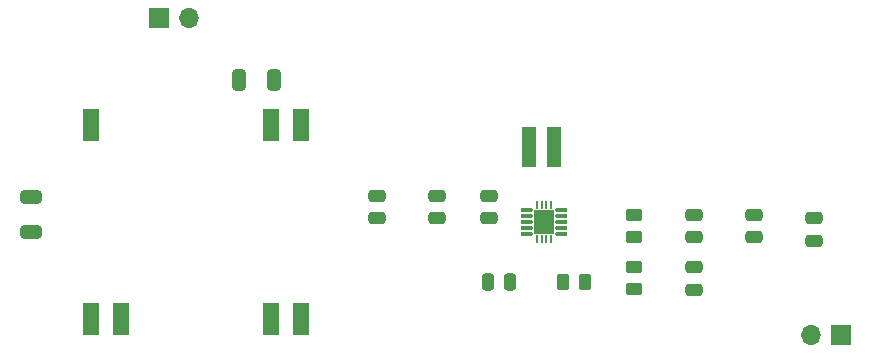
<source format=gbr>
%TF.GenerationSoftware,KiCad,Pcbnew,(6.0.9)*%
%TF.CreationDate,2023-10-08T14:17:10+03:00*%
%TF.ProjectId,power,706f7765-722e-46b6-9963-61645f706362,rev?*%
%TF.SameCoordinates,Original*%
%TF.FileFunction,Soldermask,Top*%
%TF.FilePolarity,Negative*%
%FSLAX46Y46*%
G04 Gerber Fmt 4.6, Leading zero omitted, Abs format (unit mm)*
G04 Created by KiCad (PCBNEW (6.0.9)) date 2023-10-08 14:17:10*
%MOMM*%
%LPD*%
G01*
G04 APERTURE LIST*
G04 Aperture macros list*
%AMRoundRect*
0 Rectangle with rounded corners*
0 $1 Rounding radius*
0 $2 $3 $4 $5 $6 $7 $8 $9 X,Y pos of 4 corners*
0 Add a 4 corners polygon primitive as box body*
4,1,4,$2,$3,$4,$5,$6,$7,$8,$9,$2,$3,0*
0 Add four circle primitives for the rounded corners*
1,1,$1+$1,$2,$3*
1,1,$1+$1,$4,$5*
1,1,$1+$1,$6,$7*
1,1,$1+$1,$8,$9*
0 Add four rect primitives between the rounded corners*
20,1,$1+$1,$2,$3,$4,$5,0*
20,1,$1+$1,$4,$5,$6,$7,0*
20,1,$1+$1,$6,$7,$8,$9,0*
20,1,$1+$1,$8,$9,$2,$3,0*%
G04 Aperture macros list end*
%ADD10RoundRect,0.250000X-0.475000X0.250000X-0.475000X-0.250000X0.475000X-0.250000X0.475000X0.250000X0*%
%ADD11R,1.400000X2.800000*%
%ADD12RoundRect,0.250000X0.250000X0.475000X-0.250000X0.475000X-0.250000X-0.475000X0.250000X-0.475000X0*%
%ADD13RoundRect,0.250000X0.262500X0.450000X-0.262500X0.450000X-0.262500X-0.450000X0.262500X-0.450000X0*%
%ADD14R,1.300000X3.400000*%
%ADD15R,1.700000X1.700000*%
%ADD16O,1.700000X1.700000*%
%ADD17RoundRect,0.070000X-0.140000X-0.140000X0.140000X-0.140000X0.140000X0.140000X-0.140000X0.140000X0*%
%ADD18O,0.990000X0.420000*%
%ADD19R,0.250000X0.700000*%
%ADD20R,0.650000X0.900000*%
%ADD21R,0.230000X0.600000*%
%ADD22C,0.600000*%
%ADD23R,1.700000X2.150000*%
%ADD24RoundRect,0.250000X-0.650000X0.325000X-0.650000X-0.325000X0.650000X-0.325000X0.650000X0.325000X0*%
%ADD25RoundRect,0.250000X0.325000X0.650000X-0.325000X0.650000X-0.325000X-0.650000X0.325000X-0.650000X0*%
%ADD26RoundRect,0.250000X-0.450000X0.262500X-0.450000X-0.262500X0.450000X-0.262500X0.450000X0.262500X0*%
G04 APERTURE END LIST*
D10*
%TO.C,C10*%
X118330000Y-52390000D03*
X118330000Y-54290000D03*
%TD*%
%TO.C,C4*%
X90825000Y-50485000D03*
X90825000Y-52385000D03*
%TD*%
%TO.C,C2*%
X81300000Y-50485000D03*
X81300000Y-52385000D03*
%TD*%
%TO.C,C9*%
X113250000Y-52070000D03*
X113250000Y-53970000D03*
%TD*%
D11*
%TO.C,U1*%
X57150000Y-60955000D03*
X59690000Y-60955000D03*
X72390000Y-60955000D03*
X74930000Y-60955000D03*
X74930000Y-44455000D03*
X72390000Y-44455000D03*
X57150000Y-44455000D03*
%TD*%
D12*
%TO.C,C5*%
X92610000Y-57785000D03*
X90710000Y-57785000D03*
%TD*%
D13*
%TO.C,R3*%
X98922500Y-57785000D03*
X97097500Y-57785000D03*
%TD*%
D14*
%TO.C,L1*%
X94200000Y-46355000D03*
X96300000Y-46355000D03*
%TD*%
D10*
%TO.C,C7*%
X108170000Y-56520000D03*
X108170000Y-58420000D03*
%TD*%
%TO.C,C8*%
X108170000Y-52070000D03*
X108170000Y-53970000D03*
%TD*%
D15*
%TO.C,J1*%
X62865000Y-35445000D03*
D16*
X65405000Y-35445000D03*
%TD*%
D17*
%TO.C,U2*%
X93710000Y-51705000D03*
D18*
X93995000Y-51705000D03*
X93995000Y-52205000D03*
D17*
X93710000Y-52205000D03*
D18*
X93995000Y-52705000D03*
D17*
X93710000Y-52705000D03*
X93710000Y-53205000D03*
D18*
X93995000Y-53205000D03*
X93995000Y-53705000D03*
D17*
X93710000Y-53705000D03*
X97230000Y-53705000D03*
D18*
X96945000Y-53705000D03*
X96945000Y-53205000D03*
D17*
X97230000Y-53205000D03*
X97230000Y-52705000D03*
D18*
X96945000Y-52705000D03*
D17*
X97230000Y-52205000D03*
D18*
X96945000Y-52205000D03*
X96945000Y-51705000D03*
D17*
X97230000Y-51705000D03*
D19*
X96070000Y-51280000D03*
D20*
X95905000Y-52145000D03*
D19*
X94870000Y-54130000D03*
D21*
X95670000Y-54130000D03*
X95270000Y-51280000D03*
D20*
X95035000Y-52145000D03*
D19*
X95270000Y-51280000D03*
D22*
X94970000Y-52205000D03*
D19*
X95670000Y-54130000D03*
D22*
X95970000Y-52205000D03*
X95470000Y-52705000D03*
D19*
X96070000Y-54130000D03*
D21*
X94870000Y-51280000D03*
X94870000Y-54130000D03*
D23*
X95470000Y-52705000D03*
D19*
X95670000Y-51280000D03*
X94870000Y-51280000D03*
D22*
X95970000Y-53205000D03*
D21*
X95670000Y-51280000D03*
X96070000Y-54130000D03*
X96070000Y-51280000D03*
D20*
X95035000Y-53265000D03*
X95905000Y-53265000D03*
D22*
X94970000Y-53205000D03*
D19*
X95270000Y-54130000D03*
D21*
X95270000Y-54130000D03*
%TD*%
D24*
%TO.C,C1*%
X52070000Y-50595000D03*
X52070000Y-53545000D03*
%TD*%
D25*
%TO.C,C6*%
X72595000Y-40640000D03*
X69645000Y-40640000D03*
%TD*%
D15*
%TO.C,J2*%
X120650000Y-62230000D03*
D16*
X118110000Y-62230000D03*
%TD*%
D10*
%TO.C,C3*%
X86380000Y-50485000D03*
X86380000Y-52385000D03*
%TD*%
D26*
%TO.C,R1*%
X103090000Y-52150000D03*
X103090000Y-53975000D03*
%TD*%
%TO.C,R2*%
X103090000Y-56515000D03*
X103090000Y-58340000D03*
%TD*%
M02*

</source>
